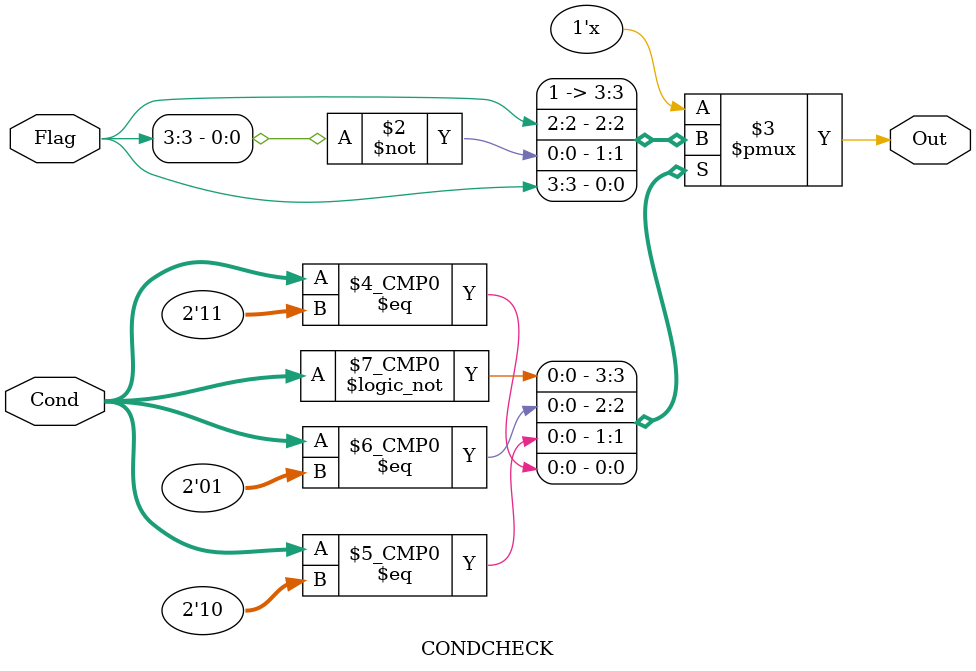
<source format=v>
module CONDCHECK (Cond, Flag, Out);


input [1:0] Cond;
output reg Out;
inout [3:0] Flag;

always @ *
begin
casex(Cond)
	2'b00: Out = 1'b1;		//No condition	
	2'b01: Out = Flag[2]; 		//Equal: out= z_flag
	2'b10: Out = (~Flag[3]); 	//Greater or Equal: out= ~n_flag
	2'b11: Out = Flag[3]; 		//Less than: out= n_flag	
	default: Out = 1'b0;		//Conditions not true
endcase
end

endmodule
	
</source>
